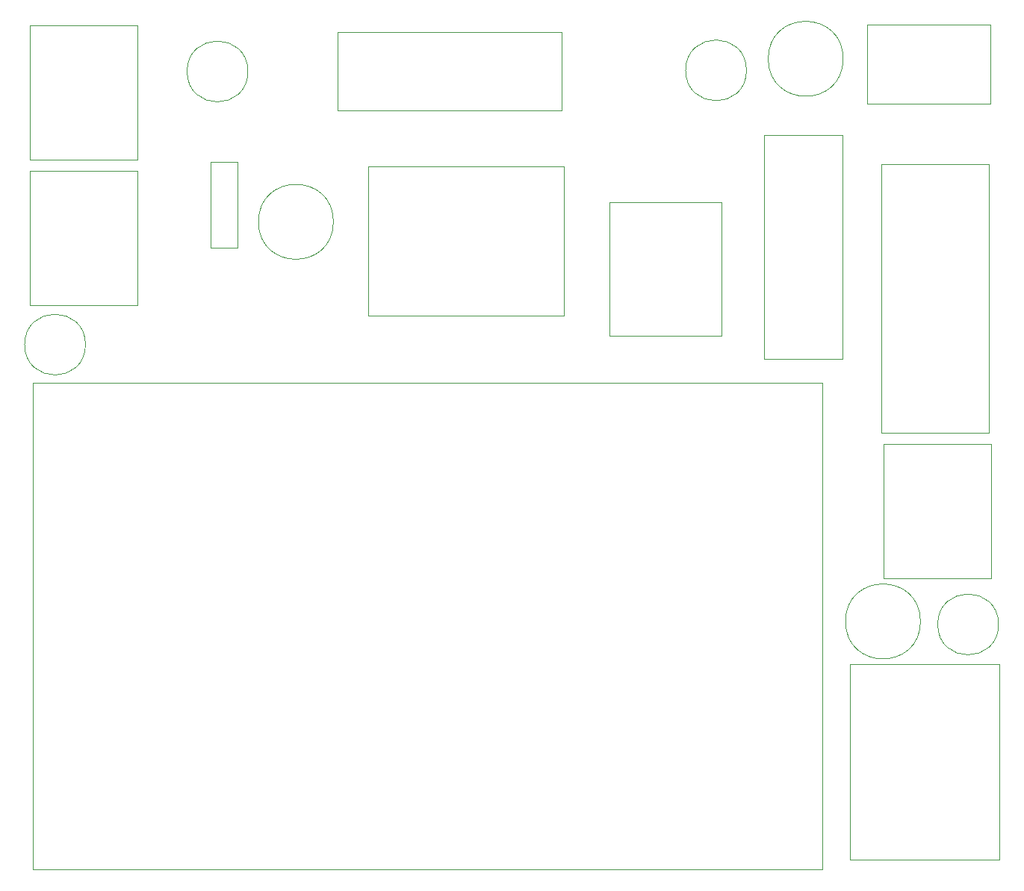
<source format=gbr>
%TF.GenerationSoftware,KiCad,Pcbnew,(5.1.10)-1*%
%TF.CreationDate,2021-10-02T14:55:05+00:00*%
%TF.ProjectId,watermixer,77617465-726d-4697-9865-722e6b696361,v1.0*%
%TF.SameCoordinates,Original*%
%TF.FileFunction,Other,User*%
%FSLAX46Y46*%
G04 Gerber Fmt 4.6, Leading zero omitted, Abs format (unit mm)*
G04 Created by KiCad (PCBNEW (5.1.10)-1) date 2021-10-02 14:55:05*
%MOMM*%
%LPD*%
G01*
G04 APERTURE LIST*
%ADD10C,0.050000*%
%ADD11C,0.120000*%
G04 APERTURE END LIST*
D10*
%TO.C,R1*%
X94512000Y-43400000D02*
X94512000Y-53120000D01*
X97512000Y-43400000D02*
X94512000Y-43400000D01*
X97512000Y-53120000D02*
X97512000Y-43400000D01*
X94512000Y-53120000D02*
X97512000Y-53120000D01*
D11*
%TO.C,U5*%
X134239000Y-37592000D02*
X108839000Y-37592000D01*
X134239000Y-28702000D02*
X134239000Y-37592000D01*
X108839000Y-28702000D02*
X134239000Y-28702000D01*
X108839000Y-37592000D02*
X108839000Y-28702000D01*
D10*
%TO.C,C1*%
X174938000Y-95544000D02*
G75*
G03*
X174938000Y-95544000I-4250000J0D01*
G01*
D11*
%TO.C,U4*%
X166116000Y-40386000D02*
X166116000Y-65786000D01*
X157226000Y-40386000D02*
X166116000Y-40386000D01*
X157226000Y-65786000D02*
X157226000Y-40386000D01*
X166116000Y-65786000D02*
X157226000Y-65786000D01*
D10*
%TO.C,U1*%
X163850000Y-123698000D02*
X74350000Y-123698000D01*
X74350000Y-123698000D02*
X74350000Y-68498000D01*
X74350000Y-68498000D02*
X163850000Y-68498000D01*
X163850000Y-68498000D02*
X163850000Y-123698000D01*
D11*
%TO.C,JPress1*%
X73955000Y-44450000D02*
X86155000Y-44450000D01*
X86155000Y-59690000D02*
X73955000Y-59690000D01*
X73955000Y-59690000D02*
X73955000Y-44450000D01*
X86155000Y-59690000D02*
X86155000Y-44450000D01*
%TO.C,JTemp1*%
X73955000Y-27940000D02*
X86155000Y-27940000D01*
X86155000Y-43180000D02*
X73955000Y-43180000D01*
X73955000Y-43180000D02*
X73955000Y-27940000D01*
X86155000Y-43180000D02*
X86155000Y-27940000D01*
D10*
%TO.C,H4*%
X155215000Y-33020000D02*
G75*
G03*
X155215000Y-33020000I-3450000J0D01*
G01*
%TO.C,H3*%
X183790000Y-95885000D02*
G75*
G03*
X183790000Y-95885000I-3450000J0D01*
G01*
%TO.C,H2*%
X80285000Y-64135000D02*
G75*
G03*
X80285000Y-64135000I-3450000J0D01*
G01*
%TO.C,H1*%
X98700000Y-33147000D02*
G75*
G03*
X98700000Y-33147000I-3450000J0D01*
G01*
%TO.C,C3*%
X166175000Y-31710000D02*
G75*
G03*
X166175000Y-31710000I-4250000J0D01*
G01*
%TO.C,C2*%
X108390000Y-50205000D02*
G75*
G03*
X108390000Y-50205000I-4250000J0D01*
G01*
D11*
%TO.C,U3*%
X152400000Y-48006000D02*
X152400000Y-63106000D01*
X139700000Y-48006000D02*
X139700000Y-63106000D01*
X152400000Y-48006000D02*
X139700000Y-48006000D01*
X152400000Y-63106000D02*
X139700000Y-63106000D01*
%TO.C,JHC_VALVES1*%
X182712000Y-74168000D02*
X170512000Y-74168000D01*
X170512000Y-43688000D02*
X182712000Y-43688000D01*
X182712000Y-43688000D02*
X182712000Y-74168000D01*
X170512000Y-43688000D02*
X170512000Y-74168000D01*
%TO.C,JD_VALVE1*%
X182966000Y-90678000D02*
X170766000Y-90678000D01*
X170766000Y-75438000D02*
X182966000Y-75438000D01*
X182966000Y-75438000D02*
X182966000Y-90678000D01*
X170766000Y-75438000D02*
X170766000Y-90678000D01*
%TO.C,J_12V1*%
X182880000Y-36830000D02*
X168880000Y-36830000D01*
X182880000Y-27830000D02*
X168880000Y-27830000D01*
X168880000Y-36830000D02*
X168880000Y-27830000D01*
X182880000Y-36830000D02*
X182880000Y-27830000D01*
%TO.C,U6*%
X134531500Y-60833000D02*
X134531500Y-43883000D01*
X112331500Y-60833000D02*
X112331500Y-43883000D01*
X112331500Y-43883000D02*
X134531500Y-43883000D01*
X112331500Y-60833000D02*
X134531500Y-60833000D01*
%TO.C,U7*%
X183896000Y-100355000D02*
X166946000Y-100355000D01*
X183896000Y-122555000D02*
X166946000Y-122555000D01*
X166946000Y-122555000D02*
X166946000Y-100355000D01*
X183896000Y-122555000D02*
X183896000Y-100355000D01*
%TD*%
M02*

</source>
